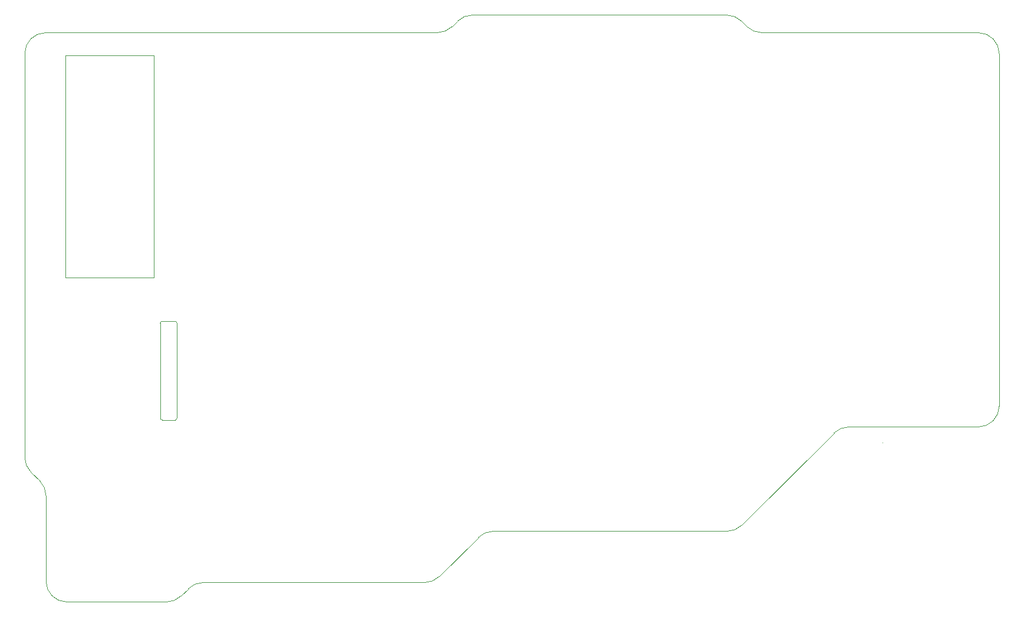
<source format=gm1>
%TF.GenerationSoftware,KiCad,Pcbnew,7.0.5-0*%
%TF.CreationDate,2023-08-04T20:21:57+09:30*%
%TF.ProjectId,Rolio,436f726e-6552-46f6-9c69-6f2e6b696361,rev?*%
%TF.SameCoordinates,Original*%
%TF.FileFunction,Profile,NP*%
%FSLAX46Y46*%
G04 Gerber Fmt 4.6, Leading zero omitted, Abs format (unit mm)*
G04 Created by KiCad (PCBNEW 7.0.5-0) date 2023-08-04 20:21:57*
%MOMM*%
%LPD*%
G01*
G04 APERTURE LIST*
%TA.AperFunction,Profile*%
%ADD10C,0.100000*%
%TD*%
%TA.AperFunction,Profile*%
%ADD11C,0.050000*%
%TD*%
G04 APERTURE END LIST*
D10*
X185703500Y-92418000D02*
X167086141Y-92418000D01*
X110128180Y-34897320D02*
X110910821Y-34114679D01*
X188703500Y-38776000D02*
G75*
G03*
X185703500Y-35776000I-3000000J0D01*
G01*
X113910820Y-108282680D02*
X108302179Y-113891321D01*
X151688200Y-34114660D02*
G75*
G03*
X149566859Y-33236000I-2121300J-2121340D01*
G01*
X151688180Y-34114680D02*
X152470821Y-34897321D01*
X106180859Y-114770000D02*
X74376141Y-114770000D01*
X171939500Y-94704000D02*
X171939500Y-94704000D01*
X113032141Y-33236029D02*
G75*
G03*
X110910821Y-34114679I-41J-2999971D01*
G01*
X72254820Y-115648680D02*
X71218179Y-116685321D01*
X108006859Y-35775983D02*
G75*
G03*
X110128180Y-34897320I-59J3000183D01*
G01*
X51749500Y-35776000D02*
G75*
G03*
X48749500Y-38776000I0J-3000000D01*
G01*
X106180859Y-114769971D02*
G75*
G03*
X108302179Y-113891321I41J2999971D01*
G01*
X113032141Y-33236000D02*
X149566859Y-33236000D01*
X51797483Y-102296641D02*
G75*
G03*
X50918820Y-100175320I-3000183J-59D01*
G01*
X51797500Y-114564000D02*
G75*
G03*
X54797500Y-117564000I3000000J0D01*
G01*
X167086141Y-92418017D02*
G75*
G03*
X164964820Y-93296680I59J-3000183D01*
G01*
X188703500Y-38776000D02*
X188703500Y-89418000D01*
X48749500Y-96763359D02*
X48749500Y-38776000D01*
X116032141Y-107404017D02*
G75*
G03*
X113910820Y-108282680I59J-3000183D01*
G01*
X69096859Y-117563971D02*
G75*
G03*
X71218179Y-116685321I41J2999971D01*
G01*
X54622500Y-39055000D02*
X67322500Y-39055000D01*
X67322500Y-70965000D01*
X54622500Y-70965000D01*
X54622500Y-39055000D01*
X51749500Y-35776000D02*
X108006859Y-35776000D01*
X51797500Y-114564000D02*
X51797500Y-102296641D01*
X164964820Y-93296680D02*
X151736179Y-106525321D01*
X185703500Y-92418000D02*
G75*
G03*
X188703500Y-89418000I0J3000000D01*
G01*
X152470801Y-34897341D02*
G75*
G03*
X154592141Y-35776000I2121299J2121341D01*
G01*
X149614859Y-107403971D02*
G75*
G03*
X151736179Y-106525321I41J2999971D01*
G01*
X48749529Y-96763359D02*
G75*
G03*
X49628179Y-98884679I2999971J-41D01*
G01*
X50918820Y-100175320D02*
X49628179Y-98884679D01*
X154592141Y-35776000D02*
X185703500Y-35776000D01*
X69096859Y-117564000D02*
X54797500Y-117564000D01*
X74376141Y-114770017D02*
G75*
G03*
X72254820Y-115648680I59J-3000183D01*
G01*
X149614859Y-107404000D02*
X116032141Y-107404000D01*
D11*
X68222500Y-77530000D02*
X68222500Y-91130000D01*
X68522500Y-91430000D02*
X70322500Y-91430000D01*
X70322500Y-77230000D02*
X68522500Y-77230000D01*
X70622500Y-91130000D02*
X70622500Y-77530000D01*
X68522500Y-77230000D02*
G75*
G03*
X68222500Y-77530000I0J-300000D01*
G01*
X68222500Y-91130000D02*
G75*
G03*
X68522500Y-91430000I300000J0D01*
G01*
X70622500Y-77530000D02*
G75*
G03*
X70322500Y-77230000I-300000J0D01*
G01*
X70322500Y-91430000D02*
G75*
G03*
X70622500Y-91130000I0J300000D01*
G01*
M02*

</source>
